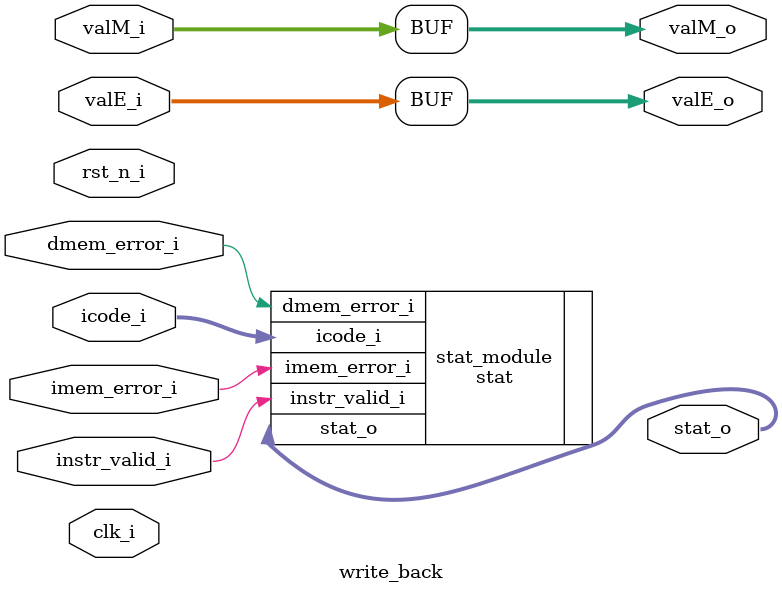
<source format=v>
`timescale 1ps/1ps

module write_back(
    // Clock and Reset
    input wire clk_i,
    input wire rst_n_i,
    
    // Input signals from Memory Access stage
    input wire [3:0] icode_i,
    input wire [63:0] valE_i,
    input wire [63:0] valM_i,
    
    input wire instr_valid_i,
    input wire imem_error_i,
    input wire dmem_error_i,
    
    // Output signals
    output wire [63:0] valE_o,
    output wire [63:0] valM_o,
    output wire [1:0] stat_o
);

    // 直接传递 valE 和 valM 到下一阶段（或寄存器写回）
    assign valE_o = valE_i;
    assign valM_o = valM_i;

    // 实例化 stat 模块来确定 CPU 状态
    stat stat_module(
        .icode_i(icode_i),
        .instr_valid_i(instr_valid_i),
        .imem_error_i(imem_error_i),
        .dmem_error_i(dmem_error_i),
        .stat_o(stat_o)
    );

endmodule

</source>
